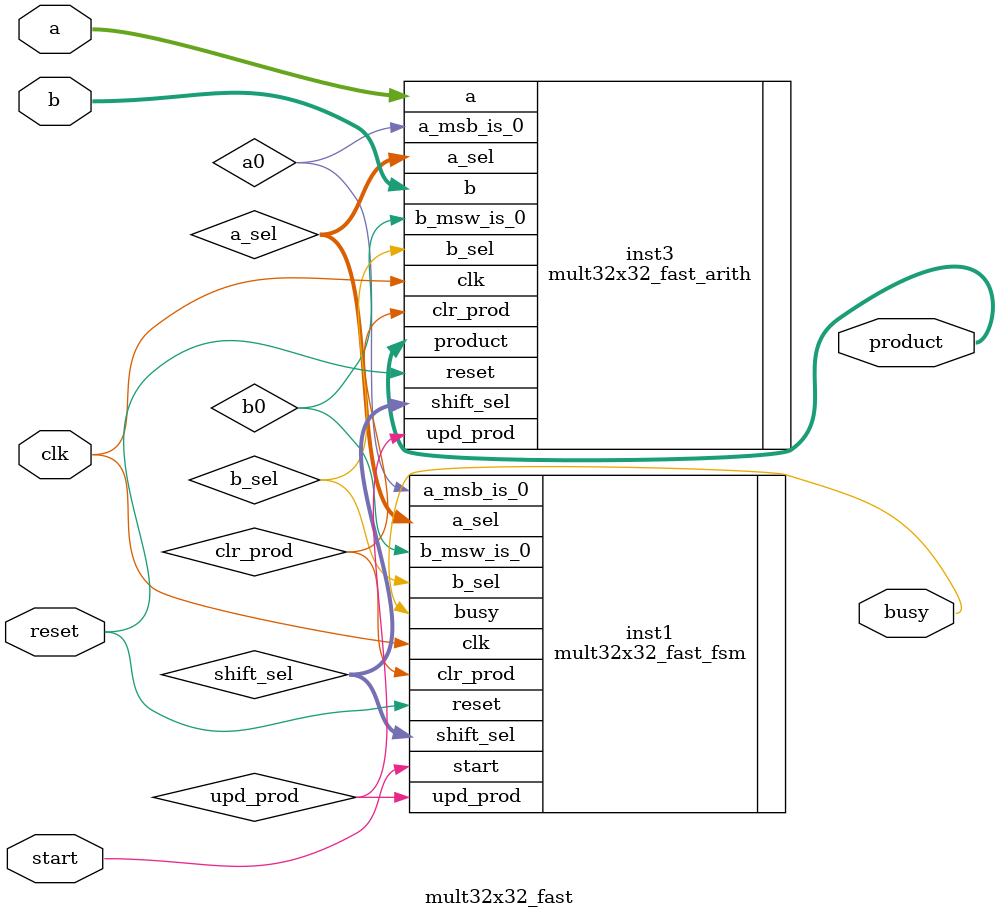
<source format=sv>
module mult32x32_fast (
    input logic clk,            // Clock
    input logic reset,          // Reset
    input logic start,          // Start signal
    input logic [31:0] a,       // Input a
    input logic [31:0] b,       // Input b
    output logic busy,          // Multiplier busy indication
    output logic [63:0] product // Miltiplication product
);

// Put your code here
// ------------------
logic b_sel,upd_prod,clr_prod,a0,b0;
logic [2:0] shift_sel;
logic [1:0]a_sel;
mult32x32_fast_fsm inst1(.clk(clk),.reset(reset),.start(start),.a_msb_is_0(a0),.b_msw_is_0(b0),.busy(busy),.a_sel(a_sel),.b_sel(b_sel),.shift_sel(shift_sel),.upd_prod(upd_prod),.clr_prod(clr_prod));
mult32x32_fast_arith  inst3(.clk(clk),.reset(reset),.a(a),.b(b),.a_sel(a_sel),.b_sel(b_sel),.shift_sel(shift_sel),.upd_prod(upd_prod),.clr_prod(clr_prod),.a_msb_is_0(a0),.b_msw_is_0(b0),.product(product));

// End of your code

endmodule


</source>
